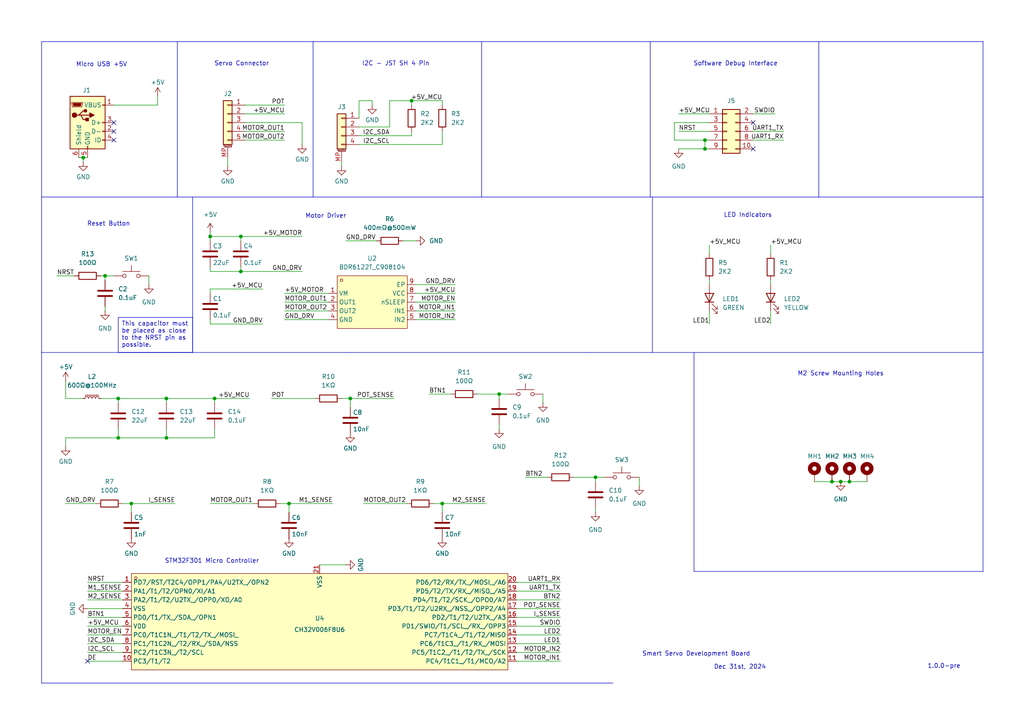
<source format=kicad_sch>
(kicad_sch (version 20250114) (generator "eeschema") (generator_version "9.0")
  (paper "A4")
  (lib_symbols
    (symbol "Connector:USB_B_Micro" (pin_names (offset 1.016))
      (property "Reference" "J" (at -5.08 11.43 0))
      (property "Value" "USB_B_Micro" (at -5.08 8.89 0))
      (symbol "USB_B_Micro_0_1"
        (rectangle (start -5.08 -7.62) (end 5.08 7.62) (stroke (width 0.254)) (fill (type background)))
        (polyline (pts (xy -4.699 5.842) (xy -4.699 5.588) (xy -4.445 4.826) (xy -4.445 4.572) (xy -1.651 4.572) (xy -1.651 4.826) (xy -1.397 5.588) (xy -1.397 5.842) (xy -4.699 5.842)))
        (polyline (pts (xy -4.318 5.588) (xy -1.778 5.588) (xy -2.032 4.826) (xy -4.064 4.826) (xy -4.318 5.588)) (fill (type outline)))
        (circle (center -3.81 2.159) (radius 0.635) (stroke (width 0.254)) (fill (type outline)))
        (polyline (pts (xy -3.175 2.159) (xy -2.54 2.159) (xy -1.27 3.429) (xy -0.635 3.429)) (stroke (width 0.254)))
        (polyline (pts (xy -2.54 2.159) (xy -1.905 2.159) (xy -1.27 0.889) (xy 0 0.889)) (stroke (width 0.254)))
        (polyline (pts (xy -1.905 2.159) (xy 0.635 2.159)) (stroke (width 0.254)))
        (circle (center -0.635 3.429) (radius 0.381) (stroke (width 0.254)) (fill (type outline)))
        (rectangle (start -0.127 -7.62) (end 0.127 -6.858))
        (rectangle (start 0.254 1.27) (end -0.508 0.508) (stroke (width 0.254)) (fill (type outline)))
        (polyline (pts (xy 0.635 2.794) (xy 0.635 1.524) (xy 1.905 2.159) (xy 0.635 2.794)) (stroke (width 0.254)) (fill (type outline)))
        (rectangle (start 5.08 4.953) (end 4.318 5.207))
        (rectangle (start 5.08 -0.127) (end 4.318 0.127))
        (rectangle (start 5.08 -2.667) (end 4.318 -2.413))
        (rectangle (start 5.08 -5.207) (end 4.318 -4.953))
      )
      (symbol "USB_B_Micro_1_1"
        (pin passive line (at -2.54 -10.16 90) (length 2.54) (name "Shield") (number "6"))
        (pin power_out line (at 0 -10.16 90) (length 2.54) (name "GND") (number "5"))
        (pin power_out line (at 7.62 5.08 180) (length 2.54) (name "VBUS") (number "1"))
        (pin bidirectional line (at 7.62 0 180) (length 2.54) (name "D+") (number "3"))
        (pin bidirectional line (at 7.62 -2.54 180) (length 2.54) (name "D-") (number "2"))
        (pin passive line (at 7.62 -5.08 180) (length 2.54) (name "ID") (number "4"))
      )
    )
    (symbol "Connector_Generic:Conn_02x05_Odd_Even" (pin_names (offset 1.016) (hide yes))
      (property "Reference" "J" (at 1.27 7.62 0))
      (property "Value" "Conn_02x05_Odd_Even" (at 1.27 -7.62 0))
      (symbol "Conn_02x05_Odd_Even_1_1"
        (rectangle (start -1.27 6.35) (end 3.81 -6.35) (stroke (width 0.254)) (fill (type background)))
        (rectangle (start -1.27 5.207) (end 0 4.953) (stroke (width 0.1524)))
        (rectangle (start -1.27 2.667) (end 0 2.413) (stroke (width 0.1524)))
        (rectangle (start -1.27 0.127) (end 0 -0.127) (stroke (width 0.1524)))
        (rectangle (start -1.27 -2.413) (end 0 -2.667) (stroke (width 0.1524)))
        (rectangle (start -1.27 -4.953) (end 0 -5.207) (stroke (width 0.1524)))
        (rectangle (start 3.81 5.207) (end 2.54 4.953) (stroke (width 0.1524)))
        (rectangle (start 3.81 2.667) (end 2.54 2.413) (stroke (width 0.1524)))
        (rectangle (start 3.81 0.127) (end 2.54 -0.127) (stroke (width 0.1524)))
        (rectangle (start 3.81 -2.413) (end 2.54 -2.667) (stroke (width 0.1524)))
        (rectangle (start 3.81 -4.953) (end 2.54 -5.207) (stroke (width 0.1524)))
        (pin passive line (at -5.08 5.08 0) (length 3.81) (name "Pin_1") (number "1"))
        (pin passive line (at -5.08 2.54 0) (length 3.81) (name "Pin_3") (number "3"))
        (pin passive line (at -5.08 0 0) (length 3.81) (name "Pin_5") (number "5"))
        (pin passive line (at -5.08 -2.54 0) (length 3.81) (name "Pin_7") (number "7"))
        (pin passive line (at -5.08 -5.08 0) (length 3.81) (name "Pin_9") (number "9"))
        (pin passive line (at 7.62 5.08 180) (length 3.81) (name "Pin_2") (number "2"))
        (pin passive line (at 7.62 2.54 180) (length 3.81) (name "Pin_4") (number "4"))
        (pin passive line (at 7.62 0 180) (length 3.81) (name "Pin_6") (number "6"))
        (pin passive line (at 7.62 -2.54 180) (length 3.81) (name "Pin_8") (number "8"))
        (pin passive line (at 7.62 -5.08 180) (length 3.81) (name "Pin_10") (number "10"))
      )
    )
    (symbol "Connector_Generic_MountingPin:Conn_01x04_MountingPin" (pin_names (offset 1.016) (hide yes))
      (property "Reference" "J" (at 0 5.08 0))
      (property "Value" "Conn_01x04_MountingPin" (at 1.27 -7.62 0))
      (symbol "Conn_01x04_MountingPin_1_1"
        (rectangle (start -1.27 3.81) (end 1.27 -6.35) (stroke (width 0.254)) (fill (type background)))
        (rectangle (start -1.27 2.667) (end 0 2.413) (stroke (width 0.1524)))
        (rectangle (start -1.27 0.127) (end 0 -0.127) (stroke (width 0.1524)))
        (rectangle (start -1.27 -2.413) (end 0 -2.667) (stroke (width 0.1524)))
        (rectangle (start -1.27 -4.953) (end 0 -5.207) (stroke (width 0.1524)))
        (polyline (pts (xy -1.016 -7.112) (xy 1.016 -7.112)) (stroke (width 0.1524)))
        (text "Mounting" (at 0 -6.731 0) (effects (font (size 0.381 0.381))))
        (pin passive line (at -5.08 2.54 0) (length 3.81) (name "Pin_1") (number "1"))
        (pin passive line (at -5.08 0 0) (length 3.81) (name "Pin_2") (number "2"))
        (pin passive line (at -5.08 -2.54 0) (length 3.81) (name "Pin_3") (number "3"))
        (pin passive line (at -5.08 -5.08 0) (length 3.81) (name "Pin_4") (number "4"))
        (pin passive line (at 0 -10.16 90) (length 3.048) (name "MountPin") (number "MP"))
      )
    )
    (symbol "Connector_Generic_MountingPin:Conn_01x05_MountingPin" (pin_names (offset 1.016) (hide yes))
      (property "Reference" "J" (at 0 7.62 0))
      (property "Value" "Conn_01x05_MountingPin" (at 1.27 -7.62 0))
      (symbol "Conn_01x05_MountingPin_1_1"
        (rectangle (start -1.27 6.35) (end 1.27 -6.35) (stroke (width 0.254)) (fill (type background)))
        (rectangle (start -1.27 5.207) (end 0 4.953) (stroke (width 0.1524)))
        (rectangle (start -1.27 2.667) (end 0 2.413) (stroke (width 0.1524)))
        (rectangle (start -1.27 0.127) (end 0 -0.127) (stroke (width 0.1524)))
        (rectangle (start -1.27 -2.413) (end 0 -2.667) (stroke (width 0.1524)))
        (rectangle (start -1.27 -4.953) (end 0 -5.207) (stroke (width 0.1524)))
        (polyline (pts (xy -1.016 -7.112) (xy 1.016 -7.112)) (stroke (width 0.1524)))
        (text "Mounting" (at 0 -6.731 0) (effects (font (size 0.381 0.381))))
        (pin passive line (at -5.08 5.08 0) (length 3.81) (name "Pin_1") (number "1"))
        (pin passive line (at -5.08 2.54 0) (length 3.81) (name "Pin_2") (number "2"))
        (pin passive line (at -5.08 0 0) (length 3.81) (name "Pin_3") (number "3"))
        (pin passive line (at -5.08 -2.54 0) (length 3.81) (name "Pin_4") (number "4"))
        (pin passive line (at -5.08 -5.08 0) (length 3.81) (name "Pin_5") (number "5"))
        (pin passive line (at 0 -10.16 90) (length 3.048) (name "MountPin") (number "MP"))
      )
    )
    (symbol "Device:C" (pin_numbers (hide yes)) (pin_names (offset 0.254))
      (property "Reference" "C" (at 0.635 2.54 0))
      (property "Value" "C" (at 0.635 -2.54 0))
      (symbol "C_0_1"
        (polyline (pts (xy -2.032 0.762) (xy 2.032 0.762)) (stroke (width 0.508)))
        (polyline (pts (xy -2.032 -0.762) (xy 2.032 -0.762)) (stroke (width 0.508)))
      )
      (symbol "C_1_1"
        (pin passive line (at 0 3.81 270) (length 2.794) (name "~") (number "1"))
        (pin passive line (at 0 -3.81 90) (length 2.794) (name "~") (number "2"))
      )
    )
    (symbol "Device:LED" (pin_numbers (hide yes)) (pin_names (offset 1.016) (hide yes))
      (property "Reference" "D" (at 0 2.54 0))
      (property "Value" "LED" (at 0 -2.54 0))
      (symbol "LED_0_1"
        (polyline (pts (xy -3.048 -0.762) (xy -4.572 -2.286) (xy -3.81 -2.286) (xy -4.572 -2.286) (xy -4.572 -1.524)))
        (polyline (pts (xy -1.778 -0.762) (xy -3.302 -2.286) (xy -2.54 -2.286) (xy -3.302 -2.286) (xy -3.302 -1.524)))
        (polyline (pts (xy -1.27 0) (xy 1.27 0)))
        (polyline (pts (xy -1.27 -1.27) (xy -1.27 1.27)) (stroke (width 0.254)))
        (polyline (pts (xy 1.27 -1.27) (xy 1.27 1.27) (xy -1.27 0) (xy 1.27 -1.27)) (stroke (width 0.254)))
      )
      (symbol "LED_1_1"
        (pin passive line (at -3.81 0 0) (length 2.54) (name "K") (number "1"))
        (pin passive line (at 3.81 0 180) (length 2.54) (name "A") (number "2"))
      )
    )
    (symbol "Device:L_Ferrite_Small" (pin_numbers (hide yes)) (pin_names (offset 0.254) (hide yes))
      (property "Reference" "L" (at 1.27 1.016 0))
      (property "Value" "L_Ferrite_Small" (at 1.27 -1.27 0))
      (symbol "L_Ferrite_Small_0_1"
        (arc (start 0 2.032) (mid 0.5058 1.524) (end 0 1.016))
        (arc (start 0 1.016) (mid 0.5058 0.508) (end 0 0))
        (arc (start 0 0) (mid 0.5058 -0.508) (end 0 -1.016))
        (arc (start 0 -1.016) (mid 0.5058 -1.524) (end 0 -2.032))
        (polyline (pts (xy 0.762 1.651) (xy 0.762 1.905)))
        (polyline (pts (xy 0.762 1.143) (xy 0.762 1.397)))
        (polyline (pts (xy 0.762 0.635) (xy 0.762 0.889)))
        (polyline (pts (xy 0.762 0.127) (xy 0.762 0.381)))
        (polyline (pts (xy 0.762 -0.381) (xy 0.762 -0.127)))
        (polyline (pts (xy 0.762 -0.889) (xy 0.762 -0.635)))
        (polyline (pts (xy 0.762 -1.397) (xy 0.762 -1.143)))
        (polyline (pts (xy 0.762 -1.905) (xy 0.762 -1.651)))
        (polyline (pts (xy 1.016 1.905) (xy 1.016 1.651)))
        (polyline (pts (xy 1.016 1.397) (xy 1.016 1.143)))
        (polyline (pts (xy 1.016 0.889) (xy 1.016 0.635)))
        (polyline (pts (xy 1.016 0.381) (xy 1.016 0.127)))
        (polyline (pts (xy 1.016 -0.127) (xy 1.016 -0.381)))
        (polyline (pts (xy 1.016 -0.635) (xy 1.016 -0.889)))
        (polyline (pts (xy 1.016 -1.143) (xy 1.016 -1.397)))
        (polyline (pts (xy 1.016 -1.651) (xy 1.016 -1.905)))
      )
      (symbol "L_Ferrite_Small_1_1"
        (pin passive line (at 0 2.54 270) (length 0.508) (name "~") (number "1"))
        (pin passive line (at 0 -2.54 90) (length 0.508) (name "~") (number "2"))
      )
    )
    (symbol "Device:R" (pin_numbers (hide yes)) (pin_names (offset 0))
      (property "Reference" "R" (at 2.032 0 90))
      (property "Value" "R" (at 0 0 90))
      (symbol "R_0_1"
        (rectangle (start -1.016 -2.54) (end 1.016 2.54) (stroke (width 0.254)))
      )
      (symbol "R_1_1"
        (pin passive line (at 0 3.81 270) (length 1.27) (name "~") (number "1"))
        (pin passive line (at 0 -3.81 90) (length 1.27) (name "~") (number "2"))
      )
    )
    (symbol "Mechanical:MountingHole_Pad_MP" (pin_numbers (hide yes)) (pin_names (offset 1.016) (hide yes)) (in_bom no)
      (property "Reference" "H" (at 0 6.35 0))
      (property "Value" "MountingHole_Pad_MP" (at 0 4.445 0))
      (symbol "MountingHole_Pad_MP_0_1"
        (circle (center 0 1.27) (radius 1.27) (stroke (width 1.27)))
      )
      (symbol "MountingHole_Pad_MP_1_1"
        (pin input line (at 0 -2.54 90) (length 2.54) (name "MP") (number "MP"))
      )
    )
    (symbol "Switch:SW_Push" (pin_numbers (hide yes)) (pin_names (offset 1.016) (hide yes))
      (property "Reference" "SW" (at 1.27 2.54 0))
      (property "Value" "SW_Push" (at 0 -1.524 0))
      (symbol "SW_Push_0_1"
        (circle (center -2.032 0) (radius 0.508))
        (polyline (pts (xy 0 1.27) (xy 0 3.048)))
        (circle (center 2.032 0) (radius 0.508))
        (polyline (pts (xy 2.54 1.27) (xy -2.54 1.27)))
        (pin passive line (at -5.08 0 0) (length 2.54) (name "1") (number "1"))
        (pin passive line (at 5.08 0 180) (length 2.54) (name "2") (number "2"))
      )
    )
    (symbol "lib:BDR6122T_C908104"
      (property "Reference" "U" (at 0 10.16 0))
      (property "Value" "BDR6122T_C908104" (at 0 -10.16 0))
      (symbol "BDR6122T_C908104_0_1"
        (rectangle (start -10.16 7.62) (end 10.16 -7.62) (fill (type background)))
        (circle (center -8.89 6.35) (radius 0.38))
        (pin unspecified line (at -12.7 2.54 0) (length 2.54) (name "VM") (number "1"))
        (pin unspecified line (at -12.7 0 0) (length 2.54) (name "OUT1") (number "2"))
        (pin unspecified line (at -12.7 -2.54 0) (length 2.54) (name "OUT2") (number "3"))
        (pin unspecified line (at -12.7 -5.08 0) (length 2.54) (name "GND") (number "4"))
        (pin unspecified line (at 12.7 5.08 180) (length 2.54) (name "EP") (number "9"))
        (pin unspecified line (at 12.7 2.54 180) (length 2.54) (name "VCC") (number "8"))
        (pin unspecified line (at 12.7 0 180) (length 2.54) (name "nSLEEP") (number "7"))
        (pin unspecified line (at 12.7 -2.54 180) (length 2.54) (name "IN1") (number "6"))
        (pin unspecified line (at 12.7 -5.08 180) (length 2.54) (name "IN2") (number "5"))
      )
    )
    (symbol "lib:CH32V006F8U6"
      (property "Reference" "U" (at 0 21.59 0))
      (property "Value" "CH32V006F8U6" (at 0 -16.51 0))
      (symbol "CH32V006F8U6_0_1"
        (rectangle (start -54.61 13.97) (end 54.61 -13.97) (fill (type background)))
        (circle (center -53.34 12.7) (radius 0.38))
        (pin unspecified line (at -57.15 11.43 0) (length 2.54) (name "PD7/RST/T2C4/OPP1/PA4/U2TX_/OPN2") (number "1"))
        (pin unspecified line (at -57.15 8.89 0) (length 2.54) (name "PA1/T1/T2/OPN0/XI/A1") (number "2"))
        (pin unspecified line (at -57.15 6.35 0) (length 2.54) (name "PA2/T1/T2/U2TX_/OPP0/XO/A0") (number "3"))
        (pin unspecified line (at -57.15 3.81 0) (length 2.54) (name "VSS") (number "4"))
        (pin unspecified line (at -57.15 1.27 0) (length 2.54) (name "PD0/T1/TX_/SDA_/OPN1") (number "5"))
        (pin unspecified line (at -57.15 -1.27 0) (length 2.54) (name "VDD") (number "6"))
        (pin unspecified line (at -57.15 -3.81 0) (length 2.54) (name "PC0/T1C1N_/T1/T2/TX_/MOSI_") (number "7"))
        (pin unspecified line (at -57.15 -6.35 0) (length 2.54) (name "PC1/T1C2N_/T2/RX_/SDA/NSS") (number "8"))
        (pin unspecified line (at -57.15 -8.89 0) (length 2.54) (name "PC2/T1C3N_/T2/SCL") (number "9"))
        (pin unspecified line (at -57.15 -11.43 0) (length 2.54) (name "PC3/T1/T2") (number "10"))
        (pin unspecified line (at 0 16.51 270) (length 2.54) (name "VSS") (number "21"))
        (pin unspecified line (at 57.15 11.43 180) (length 2.54) (name "PD6/T2/RX/TX_/MOSI_/A6") (number "20"))
        (pin unspecified line (at 57.15 8.89 180) (length 2.54) (name "PD5/T2/TX/RX_/MISO_/A5") (number "19"))
        (pin unspecified line (at 57.15 6.35 180) (length 2.54) (name "PD4/T1/T2/SCK_/OPO0/A7") (number "18"))
        (pin unspecified line (at 57.15 3.81 180) (length 2.54) (name "PD3/T1/T2/U2RX_/NSS_/OPP2/A4") (number "17"))
        (pin unspecified line (at 57.15 1.27 180) (length 2.54) (name "PD2/T1/T2/U2TX_/A3") (number "16"))
        (pin unspecified line (at 57.15 -1.27 180) (length 2.54) (name "PD1/SWIO/T1/SCL_/RX_/OPP3") (number "15"))
        (pin unspecified line (at 57.15 -3.81 180) (length 2.54) (name "PC7/T1C4_/T1/T2/MISO") (number "14"))
        (pin unspecified line (at 57.15 -6.35 180) (length 2.54) (name "PC6/T1C3_/T1/RX_/MOSI") (number "13"))
        (pin unspecified line (at 57.15 -8.89 180) (length 2.54) (name "PC5/T1C2_/T1/T2/TX_/SCK") (number "12"))
        (pin unspecified line (at 57.15 -11.43 180) (length 2.54) (name "PC4/T1C1_/T1/MCO/A2") (number "11"))
      )
    )
    (symbol "power:+5V" (power) (pin_numbers (hide yes)) (pin_names (offset 0) (hide yes))
      (property "Value" "+5V" (at 0 3.556 0))
      (symbol "+5V_0_1"
        (polyline (pts (xy -0.762 1.27) (xy 0 2.54)))
        (polyline (pts (xy 0 2.54) (xy 0.762 1.27)))
        (polyline (pts (xy 0 0) (xy 0 2.54)))
      )
      (symbol "+5V_1_1"
        (pin power_in line (at 0 0 90) (length 0) (name "~") (number "1"))
      )
    )
    (symbol "power:GND" (power) (pin_numbers (hide yes)) (pin_names (offset 0) (hide yes))
      (property "Value" "GND" (at 0 -3.81 0))
      (symbol "GND_0_1"
        (polyline (pts (xy 0 0) (xy 0 -1.27) (xy 1.27 -1.27) (xy 0 -2.54) (xy -1.27 -1.27) (xy 0 -1.27)))
      )
      (symbol "GND_1_1"
        (pin power_in line (at 0 0 270) (length 0) (name "~") (number "1"))
      )
    )
  )
  (text "Software Debug Interface" (at 213.36 18.542 0) (effects (font (size 1.27 1.27))))
  (text "Dec 31st, 2024" (at 214.63 193.548 0) (effects (font (size 1.27 1.27))))
  (text "Reset Button" (at 31.496 65.024 0) (effects (font (size 1.27 1.27))))
  (text "Smart Servo Development Board" (at 201.93 189.738 0) (effects (font (size 1.27 1.27))))
  (text "STM32F301 Micro Controller" (at 61.468 162.814 0) (effects (font (size 1.27 1.27))))
  (text "Servo Connector" (at 70.104 18.542 0) (effects (font (size 1.27 1.27))))
  (text "1.0.0-pre" (at 273.812 193.294 0) (effects (font (size 1.27 1.27))))
  (text "LED Indicators" (at 216.916 62.484 0) (effects (font (size 1.27 1.27))))
  (text "Micro USB +5V" (at 29.464 18.796 0) (effects (font (size 1.27 1.27))))
  (text "M2 Screw Mounting Holes" (at 243.84 108.458 0) (effects (font (size 1.27 1.27))))
  (text "I2C - JST SH 4 Pin" (at 114.808 18.542 0) (effects (font (size 1.27 1.27))))
  (text "Motor Driver" (at 94.488 62.738 0) (effects (font (size 1.27 1.27))))
  (text_box "This capacitor must be placed as close to the NRST pin as possible." (at 34.29 92.075 0) (size 21.59 10.16) (margins 0.9525 0.9525 0.9525 0.9525) (effects (font (size 1.27 1.27)) (justify left top)))
  (junction (at 62.23 115.57))
  (junction (at 241.3 139.7))
  (junction (at 172.72 138.43))
  (junction (at 48.26 127))
  (junction (at 204.47 40.64))
  (junction (at 69.85 68.58))
  (junction (at 48.26 115.57))
  (junction (at 60.96 68.58))
  (junction (at 119.38 29.21))
  (junction (at 144.78 114.3))
  (junction (at 38.1 146.05))
  (junction (at 34.29 115.57))
  (junction (at 128.27 146.05))
  (junction (at 243.84 139.7))
  (junction (at 34.29 127))
  (junction (at 30.48 80.01))
  (junction (at 24.13 45.72))
  (junction (at 246.38 139.7))
  (junction (at 69.85 78.74))
  (junction (at 83.82 146.05))
  (junction (at 204.47 43.18))
  (junction (at 101.6 115.57))
  (no_connect (at 33.02 40.64))
  (no_connect (at 218.44 43.18))
  (no_connect (at 218.44 35.56))
  (no_connect (at 25.4 191.77))
  (no_connect (at 33.02 35.56))
  (no_connect (at 33.02 38.1))
  (polyline (pts (xy 285.115 57.15) (xy 237.49 57.15)))
  (wire (pts (xy 104.14 39.37) (xy 119.38 39.37)))
  (wire (pts (xy 29.21 80.01) (xy 30.48 80.01)))
  (wire (pts (xy 195.58 35.56) (xy 205.74 35.56)))
  (wire (pts (xy 120.65 87.63) (xy 132.08 87.63)))
  (polyline (pts (xy 101.6 102.235) (xy 51.435 102.235)))
  (wire (pts (xy 83.82 148.59) (xy 83.82 146.05)))
  (polyline (pts (xy 285.115 12.065) (xy 237.49 12.065)))
  (wire (pts (xy 24.13 46.99) (xy 24.13 45.72)))
  (wire (pts (xy 71.12 33.02) (xy 82.55 33.02)))
  (wire (pts (xy 62.23 124.46) (xy 62.23 127)))
  (wire (pts (xy 66.04 45.72) (xy 66.04 48.26)))
  (wire (pts (xy 149.86 168.91) (xy 162.56 168.91)))
  (wire (pts (xy 60.96 146.05) (xy 73.66 146.05)))
  (wire (pts (xy 24.13 45.72) (xy 25.4 45.72)))
  (wire (pts (xy 82.55 92.71) (xy 95.25 92.71)))
  (polyline (pts (xy 51.435 102.235) (xy 12.065 102.235)))
  (wire (pts (xy 172.72 138.43) (xy 175.26 138.43)))
  (polyline (pts (xy 12.065 102.235) (xy 12.065 57.15)))
  (wire (pts (xy 34.29 115.57) (xy 48.26 115.57)))
  (wire (pts (xy 205.74 93.98) (xy 205.74 90.17)))
  (wire (pts (xy 78.74 115.57) (xy 91.44 115.57)))
  (wire (pts (xy 48.26 124.46) (xy 48.26 127)))
  (polyline (pts (xy 90.805 12.065) (xy 139.7 12.065)))
  (wire (pts (xy 128.27 30.48) (xy 128.27 29.21)))
  (wire (pts (xy 218.44 33.02) (xy 224.79 33.02)))
  (wire (pts (xy 25.4 186.69) (xy 35.56 186.69)))
  (polyline (pts (xy 139.7 12.065) (xy 139.7 57.15)))
  (wire (pts (xy 19.05 115.57) (xy 24.13 115.57)))
  (wire (pts (xy 16.51 80.01) (xy 21.59 80.01)))
  (wire (pts (xy 236.22 139.7) (xy 241.3 139.7)))
  (wire (pts (xy 120.65 69.85) (xy 116.84 69.85)))
  (wire (pts (xy 60.96 67.31) (xy 60.96 68.58)))
  (wire (pts (xy 205.74 82.55) (xy 205.74 81.28)))
  (polyline (pts (xy 12.065 12.065) (xy 51.435 12.065)))
  (wire (pts (xy 60.96 83.82) (xy 60.96 85.09)))
  (wire (pts (xy 60.96 68.58) (xy 60.96 69.85)))
  (wire (pts (xy 62.23 115.57) (xy 72.39 115.57)))
  (wire (pts (xy 119.38 29.21) (xy 128.27 29.21)))
  (wire (pts (xy 22.86 45.72) (xy 24.13 45.72)))
  (wire (pts (xy 69.85 69.85) (xy 69.85 68.58)))
  (wire (pts (xy 82.55 87.63) (xy 95.25 87.63)))
  (wire (pts (xy 205.74 71.12) (xy 205.74 73.66)))
  (wire (pts (xy 149.86 186.69) (xy 162.56 186.69)))
  (wire (pts (xy 223.52 82.55) (xy 223.52 81.28)))
  (wire (pts (xy 120.65 92.71) (xy 132.08 92.71)))
  (wire (pts (xy 48.26 127) (xy 34.29 127)))
  (wire (pts (xy 82.55 85.09) (xy 95.25 85.09)))
  (polyline (pts (xy 170.815 102.235) (xy 101.6 102.235)))
  (wire (pts (xy 241.3 139.7) (xy 243.84 139.7)))
  (polyline (pts (xy 189.23 102.235) (xy 170.815 102.235)))
  (wire (pts (xy 60.96 78.74) (xy 69.85 78.74)))
  (wire (pts (xy 107.95 29.21) (xy 104.14 29.21)))
  (wire (pts (xy 25.4 168.91) (xy 35.56 168.91)))
  (wire (pts (xy 33.02 30.48) (xy 45.72 30.48)))
  (wire (pts (xy 25.4 179.07) (xy 35.56 179.07)))
  (wire (pts (xy 140.97 146.05) (xy 128.27 146.05)))
  (wire (pts (xy 82.55 90.17) (xy 95.25 90.17)))
  (wire (pts (xy 196.85 33.02) (xy 205.74 33.02)))
  (wire (pts (xy 104.14 34.29) (xy 104.14 29.21)))
  (polyline (pts (xy 12.065 102.235) (xy 12.065 198.12)))
  (wire (pts (xy 76.2 93.98) (xy 60.96 93.98)))
  (wire (pts (xy 100.33 69.85) (xy 109.22 69.85)))
  (wire (pts (xy 43.18 80.01) (xy 43.18 82.55)))
  (wire (pts (xy 149.86 179.07) (xy 162.56 179.07)))
  (wire (pts (xy 144.78 115.57) (xy 144.78 114.3)))
  (polyline (pts (xy 285.115 102.235) (xy 285.115 165.735)))
  (polyline (pts (xy 188.595 12.065) (xy 188.595 57.15)))
  (polyline (pts (xy 51.435 12.065) (xy 51.435 57.15)))
  (wire (pts (xy 113.03 36.83) (xy 104.14 36.83)))
  (wire (pts (xy 96.52 146.05) (xy 83.82 146.05)))
  (wire (pts (xy 29.21 115.57) (xy 34.29 115.57)))
  (wire (pts (xy 30.48 80.01) (xy 33.02 80.01)))
  (wire (pts (xy 246.38 139.7) (xy 251.46 139.7)))
  (wire (pts (xy 119.38 29.21) (xy 119.38 30.48)))
  (polyline (pts (xy 237.49 12.065) (xy 237.49 57.15)))
  (polyline (pts (xy 12.065 57.15) (xy 12.065 12.065)))
  (wire (pts (xy 113.03 36.83) (xy 113.03 29.21)))
  (wire (pts (xy 87.63 35.56) (xy 87.63 41.91)))
  (wire (pts (xy 185.42 138.43) (xy 185.42 140.97)))
  (wire (pts (xy 157.48 114.3) (xy 157.48 116.84)))
  (wire (pts (xy 25.4 171.45) (xy 35.56 171.45)))
  (wire (pts (xy 120.65 82.55) (xy 132.08 82.55)))
  (wire (pts (xy 149.86 189.23) (xy 162.56 189.23)))
  (wire (pts (xy 120.65 85.09) (xy 132.08 85.09)))
  (polyline (pts (xy 188.595 57.15) (xy 139.7 57.15)))
  (wire (pts (xy 83.82 146.05) (xy 81.28 146.05)))
  (wire (pts (xy 38.1 148.59) (xy 38.1 146.05)))
  (polyline (pts (xy 90.805 12.065) (xy 90.805 57.15)))
  (wire (pts (xy 120.65 90.17) (xy 132.08 90.17)))
  (wire (pts (xy 128.27 38.1) (xy 128.27 41.91)))
  (wire (pts (xy 149.86 176.53) (xy 162.56 176.53)))
  (wire (pts (xy 25.4 176.53) (xy 35.56 176.53)))
  (wire (pts (xy 25.4 181.61) (xy 35.56 181.61)))
  (wire (pts (xy 196.85 43.18) (xy 204.47 43.18)))
  (wire (pts (xy 19.05 146.05) (xy 27.94 146.05)))
  (wire (pts (xy 138.43 114.3) (xy 144.78 114.3)))
  (wire (pts (xy 60.96 68.58) (xy 69.85 68.58)))
  (wire (pts (xy 30.48 81.28) (xy 30.48 80.01)))
  (polyline (pts (xy 285.115 12.065) (xy 285.115 57.15)))
  (wire (pts (xy 25.4 191.77) (xy 35.56 191.77)))
  (wire (pts (xy 218.44 38.1) (xy 227.33 38.1)))
  (wire (pts (xy 60.96 93.98) (xy 60.96 92.71)))
  (wire (pts (xy 34.29 127) (xy 34.29 124.46)))
  (wire (pts (xy 144.78 114.3) (xy 147.32 114.3)))
  (wire (pts (xy 19.05 110.49) (xy 19.05 115.57)))
  (wire (pts (xy 113.03 29.21) (xy 119.38 29.21)))
  (wire (pts (xy 71.12 35.56) (xy 87.63 35.56)))
  (wire (pts (xy 69.85 68.58) (xy 87.63 68.58)))
  (wire (pts (xy 60.96 78.74) (xy 60.96 77.47)))
  (wire (pts (xy 71.12 30.48) (xy 82.55 30.48)))
  (polyline (pts (xy 237.49 57.15) (xy 188.595 57.15)))
  (wire (pts (xy 45.72 27.94) (xy 45.72 30.48)))
  (wire (pts (xy 105.41 146.05) (xy 118.11 146.05)))
  (wire (pts (xy 196.85 38.1) (xy 205.74 38.1)))
  (wire (pts (xy 204.47 43.18) (xy 204.47 40.64)))
  (wire (pts (xy 172.72 139.7) (xy 172.72 138.43)))
  (wire (pts (xy 149.86 181.61) (xy 162.56 181.61)))
  (wire (pts (xy 82.55 40.64) (xy 71.12 40.64)))
  (polyline (pts (xy 139.7 57.15) (xy 90.805 57.15)))
  (wire (pts (xy 119.38 38.1) (xy 119.38 39.37)))
  (wire (pts (xy 92.71 163.83) (xy 100.33 163.83)))
  (wire (pts (xy 62.23 115.57) (xy 62.23 116.84)))
  (wire (pts (xy 48.26 115.57) (xy 48.26 116.84)))
  (wire (pts (xy 104.14 41.91) (xy 128.27 41.91)))
  (polyline (pts (xy 139.7 12.065) (xy 188.595 12.065)))
  (wire (pts (xy 144.78 124.46) (xy 144.78 123.19)))
  (polyline (pts (xy 51.435 57.15) (xy 12.065 57.15)))
  (polyline (pts (xy 55.88 57.15) (xy 55.88 102.235)))
  (wire (pts (xy 76.2 83.82) (xy 60.96 83.82)))
  (wire (pts (xy 62.23 127) (xy 48.26 127)))
  (polyline (pts (xy 177.8 198.12) (xy 12.065 198.12)))
  (wire (pts (xy 101.6 118.11) (xy 101.6 115.57)))
  (wire (pts (xy 48.26 115.57) (xy 62.23 115.57)))
  (wire (pts (xy 195.58 40.64) (xy 195.58 35.56)))
  (wire (pts (xy 25.4 173.99) (xy 35.56 173.99)))
  (polyline (pts (xy 201.295 102.235) (xy 201.295 165.735)))
  (wire (pts (xy 243.84 139.7) (xy 246.38 139.7)))
  (wire (pts (xy 101.6 115.57) (xy 99.06 115.57)))
  (wire (pts (xy 204.47 43.18) (xy 205.74 43.18)))
  (wire (pts (xy 25.4 184.15) (xy 35.56 184.15)))
  (wire (pts (xy 149.86 171.45) (xy 162.56 171.45)))
  (wire (pts (xy 69.85 78.74) (xy 87.63 78.74)))
  (wire (pts (xy 149.86 173.99) (xy 162.56 173.99)))
  (wire (pts (xy 218.44 40.64) (xy 227.33 40.64)))
  (wire (pts (xy 19.05 127) (xy 34.29 127)))
  (wire (pts (xy 38.1 146.05) (xy 35.56 146.05)))
  (wire (pts (xy 124.46 114.3) (xy 130.81 114.3)))
  (polyline (pts (xy 285.115 57.15) (xy 285.115 102.235)))
  (polyline (pts (xy 90.805 57.15) (xy 51.435 57.15)))
  (wire (pts (xy 166.37 138.43) (xy 172.72 138.43)))
  (wire (pts (xy 205.74 40.64) (xy 204.47 40.64)))
  (wire (pts (xy 223.52 73.66) (xy 223.52 71.12)))
  (polyline (pts (xy 51.435 12.065) (xy 90.805 12.065)))
  (wire (pts (xy 114.3 115.57) (xy 101.6 115.57)))
  (polyline (pts (xy 188.595 12.065) (xy 237.49 12.065)))
  (wire (pts (xy 25.4 189.23) (xy 35.56 189.23)))
  (wire (pts (xy 128.27 146.05) (xy 125.73 146.05)))
  (wire (pts (xy 172.72 148.59) (xy 172.72 147.32)))
  (wire (pts (xy 152.4 138.43) (xy 158.75 138.43)))
  (wire (pts (xy 149.86 184.15) (xy 162.56 184.15)))
  (polyline (pts (xy 189.23 102.235) (xy 285.115 102.235)))
  (wire (pts (xy 19.05 129.54) (xy 19.05 127)))
  (wire (pts (xy 128.27 148.59) (xy 128.27 146.05)))
  (wire (pts (xy 107.95 29.21) (xy 107.95 30.48)))
  (wire (pts (xy 195.58 40.64) (xy 204.47 40.64)))
  (wire (pts (xy 50.8 146.05) (xy 38.1 146.05)))
  (wire (pts (xy 149.86 191.77) (xy 162.56 191.77)))
  (wire (pts (xy 223.52 93.98) (xy 223.52 90.17)))
  (wire (pts (xy 30.48 90.17) (xy 30.48 88.9)))
  (wire (pts (xy 71.12 38.1) (xy 82.55 38.1)))
  (wire (pts (xy 69.85 77.47) (xy 69.85 78.74)))
  (wire (pts (xy 34.29 115.57) (xy 34.29 116.84)))
  (polyline (pts (xy 189.23 57.15) (xy 189.23 102.235)))
  (wire (pts (xy 99.06 48.26) (xy 99.06 46.99)))
  (polyline (pts (xy 201.295 165.735) (xy 285.115 165.735)))
  (label "+5V_MOTOR" (at 87.63 68.58 180))
  (label "MOTOR_IN2" (at 132.08 92.71 180))
  (label "LED2" (at 223.52 93.98 180))
  (label "+5V_MCU" (at 196.85 33.02 0))
  (label "MOTOR_OUT2" (at 82.55 40.64 180))
  (label "M1_SENSE" (at 25.4 171.45 0))
  (label "LED1" (at 162.56 186.69 180))
  (label "MOTOR_OUT2" (at 82.55 90.17 0))
  (label "DE" (at 25.4 191.77 0))
  (label "LED2" (at 162.56 184.15 180))
  (label "UART1_TX" (at 162.56 171.45 180))
  (label "GND_DRV" (at 100.33 69.85 0))
  (label "I2C_SDA" (at 113.03 39.37 180))
  (label "MOTOR_IN1" (at 162.56 191.77 180))
  (label "+5V_MCU" (at 25.4 181.61 0))
  (label "NRST" (at 196.85 38.1 0))
  (label "+5V_MCU" (at 132.08 85.09 180))
  (label "M1_SENSE" (at 96.52 146.05 180))
  (label "UART1_RX" (at 227.33 40.64 180))
  (label "MOTOR_EN" (at 132.08 87.63 180))
  (label "GND_DRV" (at 82.55 92.71 0))
  (label "GND_DRV" (at 19.05 146.05 0))
  (label "NRST" (at 16.51 80.01 0))
  (label "+5V_MCU" (at 72.39 115.57 180))
  (label "POT" (at 82.55 30.48 180))
  (label "UART1_TX" (at 227.33 38.1 180))
  (label "SWDIO" (at 224.79 33.02 180))
  (label "POT_SENSE" (at 162.56 176.53 180))
  (label "I2C_SCL" (at 25.4 189.23 0))
  (label "POT_SENSE" (at 114.3 115.57 180))
  (label "MOTOR_IN2" (at 162.56 189.23 180))
  (label "I2C_SCL" (at 113.03 41.91 180))
  (label "MOTOR_OUT1" (at 82.55 87.63 0))
  (label "GND_DRV" (at 132.08 82.55 180))
  (label "M2_SENSE" (at 140.97 146.05 180))
  (label "BTN2" (at 152.4 138.43 0))
  (label "UART1_RX" (at 162.56 168.91 180))
  (label "+5V_MCU" (at 128.27 29.21 180))
  (label "GND_DRV" (at 76.2 93.98 180))
  (label "MOTOR_IN1" (at 132.08 90.17 180))
  (label "MOTOR_OUT2" (at 105.41 146.05 0))
  (label "+5V_MCU" (at 76.2 83.82 180))
  (label "+5V_MOTOR" (at 82.55 85.09 0))
  (label "MOTOR_OUT1" (at 82.55 38.1 180))
  (label "GND_DRV" (at 87.63 78.74 180))
  (label "LED1" (at 205.74 93.98 180))
  (label "I2C_SDA" (at 25.4 186.69 0))
  (label "I_SENSE" (at 162.56 179.07 180))
  (label "SWDIO" (at 162.56 181.61 180))
  (label "+5V_MCU" (at 82.55 33.02 180))
  (label "M2_SENSE" (at 25.4 173.99 0))
  (label "BTN1" (at 25.4 179.07 0))
  (label "+5V_MCU" (at 223.52 71.12 0))
  (label "MOTOR_EN" (at 25.4 184.15 0))
  (label "+5V_MCU" (at 205.74 71.12 0))
  (label "BTN1" (at 124.46 114.3 0))
  (label "MOTOR_OUT1" (at 60.96 146.05 0))
  (label "I_SENSE" (at 50.8 146.05 180))
  (label "NRST" (at 25.4 168.91 0))
  (label "POT" (at 78.74 115.57 0))
  (label "BTN2" (at 162.56 173.99 180))
  (symbol (lib_id "power:GND") (at 172.72 148.59 0) (unit 1)
    (property "Reference" "#PWR020" (effects (hide yes)))
    (property "Value" "GND" (at 172.72 153.67 0))
    (property "Description" "Power symbol creates a global label with name \"GND\" , ground" (effects (hide yes)))
  )
  (symbol (lib_id "Device:R") (at 119.38 34.29 0) (unit 1)
    (property "Reference" "R2" (at 121.92 33.0199 0) (effects (justify left)))
    (property "Value" "2K2" (at 121.92 35.5599 0) (effects (justify left)))
    (property "Footprint" "Resistor_SMD:R_0402_1005Metric" (effects (hide yes)))
    (property "Description" "Resistor" (effects (hide yes)))
    (property "LCSC" "C25879" (effects (hide yes)))
  )
  (symbol (lib_id "Device:LED") (at 205.74 86.36 90) (unit 1)
    (property "Reference" "LED1" (at 209.55 86.6774 90) (effects (justify right)))
    (property "Value" "GREEN" (at 209.55 89.2174 90) (effects (justify right)))
    (property "Footprint" "LED_SMD:LED_0805_2012Metric" (effects (hide yes)))
    (property "Description" "Light emitting diode" (effects (hide yes)))
    (property "LCSC" "C2286" (effects (hide yes)))
  )
  (symbol (lib_id "Device:R") (at 134.62 114.3 90) (unit 1)
    (property "Reference" "R11" (at 134.62 107.95 90))
    (property "Value" "100Ω" (at 134.62 110.49 90))
    (property "Description" "Resistor" (effects (hide yes)))
    (property "LCSC" "C25076" (effects (hide yes)))
  )
  (symbol (lib_id "power:GND") (at 38.1 156.21 0) (mirror y) (unit 1)
    (property "Reference" "#PWR06" (effects (hide yes)))
    (property "Value" "GND" (at 36.068 160.528 0) (effects (justify right)))
    (property "Description" "Power symbol creates a global label with name \"GND\" , ground" (effects (hide yes)))
  )
  (symbol (lib_id "power:GND") (at 43.18 82.55 0) (unit 1)
    (property "Reference" "#PWR019" (effects (hide yes)))
    (property "Value" "GND" (at 43.18 87.63 0))
    (property "Description" "Power symbol creates a global label with name \"GND\" , ground" (effects (hide yes)))
  )
  (symbol (lib_id "Mechanical:MountingHole_Pad_MP") (at 251.46 137.16 0) (unit 1) (exclude_from_sim yes) (in_bom no)
    (property "Reference" "MH4" (at 249.428 132.334 0) (effects (justify left)))
    (property "Value" "MountingHole_Pad_MP" (effects (hide yes)))
    (property "Footprint" "MountingHole:MountingHole_2.2mm_M2_Pad_Via" (effects (hide yes)))
    (property "Description" "Mounting Hole with connection as pad named MP" (effects (hide yes)))
  )
  (symbol (lib_id "Switch:SW_Push") (at 180.34 138.43 0) (unit 1)
    (property "Reference" "SW3" (at 180.34 133.35 0))
    (property "Value" "SW_Push" (effects (hide yes)))
    (property "Footprint" "lib:SW-SMD_L3.9-W3.0-P4.45" (effects (hide yes)))
    (property "Description" "Push button switch, generic, two pins" (effects (hide yes)))
    (property "LCSC" "C720477" (effects (hide yes)))
  )
  (symbol (lib_id "Device:C") (at 38.1 152.4 180) (unit 1)
    (property "Reference" "C5" (at 38.862 150.114 0) (effects (justify right)))
    (property "Value" "1nF" (at 38.862 154.94 0) (effects (justify right)))
    (property "Footprint" "Capacitor_SMD:C_0402_1005Metric" (effects (hide yes)))
    (property "Description" "Unpolarized capacitor" (effects (hide yes)))
    (property "LCSC" "C1523" (effects (hide yes)))
  )
  (symbol (lib_id "Device:C") (at 101.6 121.92 180) (unit 1)
    (property "Reference" "C8" (at 102.362 119.634 0) (effects (justify right)))
    (property "Value" "10nF" (at 102.362 124.46 0) (effects (justify right)))
    (property "Footprint" "Capacitor_SMD:C_0402_1005Metric" (effects (hide yes)))
    (property "Description" "Unpolarized capacitor" (effects (hide yes)))
    (property "LCSC" "C15195" (effects (hide yes)))
  )
  (symbol (lib_id "lib:CH32V006F8U6") (at 92.71 180.34 0) (unit 1)
    (property "Reference" "U4" (at 92.71 179.324 0))
    (property "Value" "CH32V006F8U6" (at 92.71 182.626 0))
    (property "Footprint" "Package_DFN_QFN:UQFN-20-1EP_3x3mm_P0.4mm_EP1.7x1.7mm" (effects (hide yes)))
    (property "LCSC Part" "C42431288" (effects (hide yes)))
  )
  (symbol (lib_id "Device:R") (at 25.4 80.01 90) (unit 1)
    (property "Reference" "R13" (at 25.4 73.66 90))
    (property "Value" "100Ω" (at 25.4 76.2 90))
    (property "Footprint" "Resistor_SMD:R_0402_1005Metric" (effects (hide yes)))
    (property "Description" "Resistor" (effects (hide yes)))
    (property "LCSC" "C25076" (effects (hide yes)))
  )
  (symbol (lib_id "power:GND") (at 19.05 129.54 0) (mirror y) (unit 1)
    (property "Reference" "#PWR043" (effects (hide yes)))
    (property "Value" "GND" (at 17.018 133.858 0) (effects (justify right)))
    (property "Description" "Power symbol creates a global label with name \"GND\" , ground" (effects (hide yes)))
  )
  (symbol (lib_id "power:GND") (at 24.13 46.99 0) (mirror y) (unit 1)
    (property "Reference" "#PWR011" (effects (hide yes)))
    (property "Value" "GND" (at 22.098 51.308 0) (effects (justify right)))
    (property "Description" "Power symbol creates a global label with name \"GND\" , ground" (effects (hide yes)))
  )
  (symbol (lib_id "power:GND") (at 128.27 156.21 0) (mirror y) (unit 1)
    (property "Reference" "#PWR015" (effects (hide yes)))
    (property "Value" "GND" (at 126.238 160.528 0) (effects (justify right)))
    (property "Description" "Power symbol creates a global label with name \"GND\" , ground" (effects (hide yes)))
  )
  (symbol (lib_id "Device:C") (at 30.48 85.09 180) (unit 1)
    (property "Reference" "C2" (at 34.29 83.8199 0) (effects (justify right)))
    (property "Value" "0.1uF" (at 34.29 86.3599 0) (effects (justify right)))
    (property "Footprint" "Capacitor_SMD:C_0402_1005Metric" (effects (hide yes)))
    (property "Description" "Unpolarized capacitor" (effects (hide yes)))
    (property "LCSC" "C1525" (effects (hide yes)))
  )
  (symbol (lib_id "Connector_Generic:Conn_02x05_Odd_Even") (at 210.82 38.1 0) (unit 1)
    (property "Reference" "J5" (at 212.09 29.21 0))
    (property "Value" "Conn_02x05_Odd_Even" (effects (hide yes)))
    (property "Footprint" "lib:IDC-TH_10P-P1.27-X1270WV-2X05A-6TV01" (effects (hide yes)))
    (property "Description" "Generic connector, double row, 02x05, odd/even pin numbering scheme (row 1 odd numbers, row 2 even numbers), script generated (kicad-library-utils/schlib/autogen/connector/)" (effects (hide yes)))
    (property "LCSC" "C2962225" (effects (hide yes)))
  )
  (symbol (lib_id "power:GND") (at 243.84 139.7 0) (unit 1)
    (property "Reference" "#PWR035" (effects (hide yes)))
    (property "Value" "GND" (at 243.84 144.78 0))
    (property "Description" "Power symbol creates a global label with name \"GND\" , ground" (effects (hide yes)))
  )
  (symbol (lib_id "power:GND") (at 87.63 41.91 0) (mirror y) (unit 1)
    (property "Reference" "#PWR039" (effects (hide yes)))
    (property "Value" "GND" (at 85.598 46.228 0) (effects (justify right)))
    (property "Description" "Power symbol creates a global label with name \"GND\" , ground" (effects (hide yes)))
  )
  (symbol (lib_id "Switch:SW_Push") (at 38.1 80.01 0) (unit 1)
    (property "Reference" "SW1" (at 38.1 74.93 0))
    (property "Value" "SW_Push" (effects (hide yes)))
    (property "Footprint" "lib:SW-SMD_L3.9-W3.0-P4.45" (effects (hide yes)))
    (property "Description" "Push button switch, generic, two pins" (effects (hide yes)))
    (property "LCSC" "C720477" (effects (hide yes)))
  )
  (symbol (lib_id "Device:R") (at 205.74 77.47 0) (unit 1)
    (property "Reference" "R5" (at 208.28 76.1999 0) (effects (justify left)))
    (property "Value" "2K2" (at 208.28 78.7399 0) (effects (justify left)))
    (property "Footprint" "Resistor_SMD:R_0402_1005Metric" (effects (hide yes)))
    (property "Description" "Resistor" (effects (hide yes)))
    (property "LCSC" "C25879" (effects (hide yes)))
  )
  (symbol (lib_id "Device:LED") (at 223.52 86.36 90) (unit 1)
    (property "Reference" "LED2" (at 227.33 86.6774 90) (effects (justify right)))
    (property "Value" "YELLOW" (at 227.33 89.2174 90) (effects (justify right)))
    (property "Footprint" "LED_SMD:LED_0805_2012Metric" (effects (hide yes)))
    (property "Description" "Light emitting diode" (effects (hide yes)))
    (property "LCSC" "C2286" (effects (hide yes)))
  )
  (symbol (lib_id "power:GND") (at 144.78 124.46 0) (unit 1)
    (property "Reference" "#PWR017" (effects (hide yes)))
    (property "Value" "GND" (at 144.78 129.54 0))
    (property "Description" "Power symbol creates a global label with name \"GND\" , ground" (effects (hide yes)))
  )
  (symbol (lib_id "power:+5V") (at 60.96 67.31 0) (unit 1)
    (property "Reference" "#PWR013" (effects (hide yes)))
    (property "Value" "+5V" (at 60.96 62.23 0))
    (property "Description" "Power symbol creates a global label with name \"+5V\"" (effects (hide yes)))
  )
  (symbol (lib_id "power:GND") (at 196.85 43.18 0) (unit 1)
    (property "Reference" "#PWR010" (effects (hide yes)))
    (property "Value" "GND" (at 196.85 48.26 0))
    (property "Description" "Power symbol creates a global label with name \"GND\" , ground" (effects (hide yes)))
  )
  (symbol (lib_id "Device:C") (at 69.85 73.66 180) (unit 1)
    (property "Reference" "C4" (at 70.612 71.374 0) (effects (justify right)))
    (property "Value" "0.1uF" (at 70.612 76.2 0) (effects (justify right)))
    (property "Footprint" "Capacitor_SMD:C_0402_1005Metric" (effects (hide yes)))
    (property "Description" "Unpolarized capacitor" (effects (hide yes)))
    (property "LCSC" "C1525" (effects (hide yes)))
  )
  (symbol (lib_id "Device:C") (at 128.27 152.4 180) (unit 1)
    (property "Reference" "C7" (at 129.032 150.114 0) (effects (justify right)))
    (property "Value" "10nF" (at 129.032 154.94 0) (effects (justify right)))
    (property "Footprint" "Capacitor_SMD:C_0402_1005Metric" (effects (hide yes)))
    (property "Description" "Unpolarized capacitor" (effects (hide yes)))
    (property "LCSC" "C15195" (effects (hide yes)))
  )
  (symbol (lib_id "Mechanical:MountingHole_Pad_MP") (at 246.38 137.16 0) (unit 1) (exclude_from_sim yes) (in_bom no)
    (property "Reference" "MH3" (at 244.348 132.334 0) (effects (justify left)))
    (property "Value" "MountingHole_Pad_MP" (effects (hide yes)))
    (property "Footprint" "MountingHole:MountingHole_2.2mm_M2_Pad_Via" (effects (hide yes)))
    (property "Description" "Mounting Hole with connection as pad named MP" (effects (hide yes)))
  )
  (symbol (lib_id "power:GND") (at 101.6 125.73 0) (mirror y) (unit 1)
    (property "Reference" "#PWR016" (effects (hide yes)))
    (property "Value" "GND" (at 99.568 130.048 0) (effects (justify right)))
    (property "Description" "Power symbol creates a global label with name \"GND\" , ground" (effects (hide yes)))
  )
  (symbol (lib_id "power:GND") (at 99.06 48.26 0) (mirror y) (unit 1)
    (property "Reference" "#PWR036" (effects (hide yes)))
    (property "Value" "GND" (at 97.028 52.578 0) (effects (justify right)))
    (property "Description" "Power symbol creates a global label with name \"GND\" , ground" (effects (hide yes)))
  )
  (symbol (lib_id "power:GND") (at 120.65 69.85 90) (unit 1)
    (property "Reference" "#PWR04" (effects (hide yes)))
    (property "Value" "GND" (at 124.46 69.8499 90) (effects (justify right)))
    (property "Description" "Power symbol creates a global label with name \"GND\" , ground" (effects (hide yes)))
  )
  (symbol (lib_id "Device:R") (at 95.25 115.57 90) (unit 1)
    (property "Reference" "R10" (at 95.25 109.22 90))
    (property "Value" "1KΩ" (at 95.25 111.76 90))
    (property "Footprint" "Resistor_SMD:R_0402_1005Metric" (effects (hide yes)))
    (property "Description" "Resistor" (effects (hide yes)))
    (property "LCSC" "C11702" (effects (hide yes)))
  )
  (symbol (lib_id "Device:C") (at 83.82 152.4 180) (unit 1)
    (property "Reference" "C6" (at 84.582 150.114 0) (effects (justify right)))
    (property "Value" "10nF" (at 84.582 154.94 0) (effects (justify right)))
    (property "Footprint" "Capacitor_SMD:C_0402_1005Metric" (effects (hide yes)))
    (property "Description" "Unpolarized capacitor" (effects (hide yes)))
    (property "LCSC" "C15195" (effects (hide yes)))
  )
  (symbol (lib_id "power:+5V") (at 45.72 27.94 0) (unit 1)
    (property "Reference" "#PWR01" (effects (hide yes)))
    (property "Value" "+5V" (at 43.688 23.876 0) (effects (justify left)))
    (property "Description" "Power symbol creates a global label with name \"+5V\"" (effects (hide yes)))
  )
  (symbol (lib_id "Device:R") (at 223.52 77.47 0) (unit 1)
    (property "Reference" "R1" (at 226.06 76.1999 0) (effects (justify left)))
    (property "Value" "2K2" (at 226.06 78.7399 0) (effects (justify left)))
    (property "Footprint" "Resistor_SMD:R_0402_1005Metric" (effects (hide yes)))
    (property "Description" "Resistor" (effects (hide yes)))
    (property "LCSC" "C25879" (effects (hide yes)))
  )
  (symbol (lib_id "Device:R") (at 162.56 138.43 90) (unit 1)
    (property "Reference" "R12" (at 162.56 132.08 90))
    (property "Value" "100Ω" (at 162.56 134.62 90))
    (property "Footprint" "Resistor_SMD:R_0402_1005Metric" (effects (hide yes)))
    (property "Description" "Resistor" (effects (hide yes)))
    (property "LCSC" "C25076" (effects (hide yes)))
  )
  (symbol (lib_id "Device:R") (at 31.75 146.05 90) (unit 1)
    (property "Reference" "R7" (at 31.75 139.7 90))
    (property "Value" "100Ω" (at 31.75 142.24 90))
    (property "Footprint" "Resistor_SMD:R_0402_1005Metric" (effects (hide yes)))
    (property "Description" "Resistor" (effects (hide yes)))
    (property "LCSC" "C25076" (effects (hide yes)))
  )
  (symbol (lib_id "power:GND") (at 100.33 163.83 90) (mirror x) (unit 1)
    (property "Reference" "#PWR038" (effects (hide yes)))
    (property "Value" "GND" (at 104.648 165.862 0) (effects (justify right)))
    (property "Description" "Power symbol creates a global label with name \"GND\" , ground" (effects (hide yes)))
  )
  (symbol (lib_id "Mechanical:MountingHole_Pad_MP") (at 236.22 137.16 0) (unit 1) (exclude_from_sim yes) (in_bom no)
    (property "Reference" "MH1" (at 234.188 132.334 0) (effects (justify left)))
    (property "Value" "MountingHole_Pad_MP" (effects (hide yes)))
    (property "Footprint" "MountingHole:MountingHole_2.2mm_M2_Pad_Via" (effects (hide yes)))
    (property "Description" "Mounting Hole with connection as pad named MP" (effects (hide yes)))
  )
  (symbol (lib_id "Device:C") (at 48.26 120.65 180) (unit 1)
    (property "Reference" "C13" (at 52.07 119.3799 0) (effects (justify right)))
    (property "Value" "22uF" (at 52.07 121.9199 0) (effects (justify right)))
    (property "Footprint" "Capacitor_SMD:C_0402_1005Metric" (effects (hide yes)))
    (property "Description" "Unpolarized capacitor" (effects (hide yes)))
    (property "LCSC" "C12891" (effects (hide yes)))
  )
  (symbol (lib_id "Connector:USB_B_Micro") (at 25.4 35.56 0) (unit 1)
    (property "Reference" "J1" (at 25.146 26.162 0))
    (property "Value" "USB_B_Micro" (effects (hide yes)))
    (property "Footprint" "Connector_USB:USB_Micro-B_Amphenol_10103594-0001LF_Horizontal" (effects (hide yes)))
    (property "Description" "USB Micro Type B connector" (effects (hide yes)))
    (property "LCSC" "C428495" (effects (hide yes)))
  )
  (symbol (lib_id "Device:R") (at 128.27 34.29 0) (unit 1)
    (property "Reference" "R3" (at 130.81 33.0199 0) (effects (justify left)))
    (property "Value" "2K2" (at 130.81 35.5599 0) (effects (justify left)))
    (property "Footprint" "Resistor_SMD:R_0402_1005Metric" (effects (hide yes)))
    (property "Description" "Resistor" (effects (hide yes)))
    (property "LCSC" "C25879" (effects (hide yes)))
  )
  (symbol (lib_id "Switch:SW_Push") (at 152.4 114.3 0) (unit 1)
    (property "Reference" "SW2" (at 152.4 109.22 0))
    (property "Value" "SW_Push" (effects (hide yes)))
    (property "Footprint" "Button_Switch_SMD:SW_SPST_PTS810" (effects (hide yes)))
    (property "Description" "Push button switch, generic, two pins" (effects (hide yes)))
    (property "LCSC" "C720477" (effects (hide yes)))
  )
  (symbol (lib_id "Mechanical:MountingHole_Pad_MP") (at 241.3 137.16 0) (unit 1) (exclude_from_sim yes) (in_bom no)
    (property "Reference" "MH2" (at 239.268 132.334 0) (effects (justify left)))
    (property "Value" "MountingHole_Pad_MP" (effects (hide yes)))
    (property "Footprint" "MountingHole:MountingHole_2.2mm_M2_Pad_Via" (effects (hide yes)))
    (property "Description" "Mounting Hole with connection as pad named MP" (effects (hide yes)))
  )
  (symbol (lib_id "lib:BDR6122T_C908104") (at 107.95 87.63 0) (unit 1)
    (property "Reference" "U2" (at 107.95 74.93 0))
    (property "Value" "BDR6122T_C908104" (at 107.95 77.47 0))
    (property "Footprint" "Package_DFN_QFN:WDFN-8-1EP_2x2mm_P0.5mm_EP0.8x1.2mm" (effects (hide yes)))
    (property "Datasheet" "https://lcsc.com/product-detail/Motor-Drivers_Bardeen-Micro-BDR6122T_C908104.html" (effects (hide yes)))
    (property "LCSC Part" "C908104" (effects (hide yes)))
  )
  (symbol (lib_id "Connector_Generic_MountingPin:Conn_01x05_MountingPin") (at 66.04 35.56 0) (mirror y) (unit 1)
    (property "Reference" "J2" (at 67.31 27.178 0) (effects (justify left)))
    (property "Value" "Conn_01x05_MountingPin" (effects (hide yes)))
    (property "Footprint" "Connector_JST:JST_ZH_B5B-ZR-SM4-TF_1x05-1MP_P1.50mm_Vertical" (effects (hide yes)))
    (property "Description" "Generic connectable mounting pin connector, single row, 01x05, script generated (kicad-library-utils/schlib/autogen/connector/)" (effects (hide yes)))
    (property "LCSC" "C265440" (effects (hide yes)))
  )
  (symbol (lib_id "power:GND") (at 83.82 156.21 0) (mirror y) (unit 1)
    (property "Reference" "#PWR012" (effects (hide yes)))
    (property "Value" "GND" (at 81.788 160.528 0) (effects (justify right)))
    (property "Description" "Power symbol creates a global label with name \"GND\" , ground" (effects (hide yes)))
  )
  (symbol (lib_id "power:GND") (at 157.48 116.84 0) (unit 1)
    (property "Reference" "#PWR018" (effects (hide yes)))
    (property "Value" "GND" (at 157.48 121.92 0))
    (property "Description" "Power symbol creates a global label with name \"GND\" , ground" (effects (hide yes)))
  )
  (symbol (lib_id "power:+5V") (at 19.05 110.49 0) (unit 1)
    (property "Reference" "#PWR042" (effects (hide yes)))
    (property "Value" "+5V" (at 17.018 106.426 0) (effects (justify left)))
    (property "Description" "Power symbol creates a global label with name \"+5V\"" (effects (hide yes)))
  )
  (symbol (lib_id "power:GND") (at 185.42 140.97 0) (unit 1)
    (property "Reference" "#PWR022" (effects (hide yes)))
    (property "Value" "GND" (at 185.42 146.05 0))
    (property "Description" "Power symbol creates a global label with name \"GND\" , ground" (effects (hide yes)))
  )
  (symbol (lib_id "power:GND") (at 25.4 176.53 270) (mirror x) (unit 1)
    (property "Reference" "#PWR08" (effects (hide yes)))
    (property "Value" "GND" (at 21.082 174.498 0) (effects (justify right)))
    (property "Description" "Power symbol creates a global label with name \"GND\" , ground" (effects (hide yes)))
  )
  (symbol (lib_id "power:GND") (at 66.04 48.26 0) (mirror y) (unit 1)
    (property "Reference" "#PWR037" (effects (hide yes)))
    (property "Value" "GND" (at 64.008 52.578 0) (effects (justify right)))
    (property "Description" "Power symbol creates a global label with name \"GND\" , ground" (effects (hide yes)))
  )
  (symbol (lib_id "Device:R") (at 77.47 146.05 90) (unit 1)
    (property "Reference" "R8" (at 77.47 139.7 90))
    (property "Value" "1KΩ" (at 77.47 142.24 90))
    (property "Footprint" "Resistor_SMD:R_0402_1005Metric" (effects (hide yes)))
    (property "Description" "Resistor" (effects (hide yes)))
    (property "LCSC" "C11702" (effects (hide yes)))
  )
  (symbol (lib_id "Device:C") (at 62.23 120.65 180) (unit 1)
    (property "Reference" "C14" (at 66.04 119.3799 0) (effects (justify right)))
    (property "Value" "0.1uF" (at 66.04 121.9199 0) (effects (justify right)))
    (property "Footprint" "Capacitor_SMD:C_0402_1005Metric" (effects (hide yes)))
    (property "Description" "Unpolarized capacitor" (effects (hide yes)))
    (property "LCSC" "C1525" (effects (hide yes)))
  )
  (symbol (lib_id "power:GND") (at 107.95 30.48 0) (mirror y) (unit 1)
    (property "Reference" "#PWR05" (effects (hide yes)))
    (property "Value" "GND" (at 105.918 34.798 0) (effects (justify right)))
    (property "Description" "Power symbol creates a global label with name \"GND\" , ground" (effects (hide yes)))
  )
  (symbol (lib_id "Connector_Generic_MountingPin:Conn_01x04_MountingPin") (at 99.06 36.83 0) (mirror y) (unit 1)
    (property "Reference" "J3" (at 100.33 30.988 0) (effects (justify left)))
    (property "Value" "Conn_01x04_MountingPin" (effects (hide yes)))
    (property "Footprint" "Connector_JST:JST_SH_BM04B-SRSS-TB_1x04-1MP_P1.00mm_Vertical" (effects (hide yes)))
    (property "Description" "Generic connectable mounting pin connector, single row, 01x04, script generated (kicad-library-utils/schlib/autogen/connector/)" (effects (hide yes)))
    (property "LCSC" "C160390" (effects (hide yes)))
  )
  (symbol (lib_id "Device:C") (at 34.29 120.65 180) (unit 1)
    (property "Reference" "C12" (at 38.1 119.3799 0) (effects (justify right)))
    (property "Value" "22uF" (at 38.1 121.9199 0) (effects (justify right)))
    (property "Footprint" "Capacitor_SMD:C_1206_3216Metric" (effects (hide yes)))
    (property "Description" "Unpolarized capacitor" (effects (hide yes)))
    (property "LCSC" "C12891" (effects (hide yes)))
  )
  (symbol (lib_id "Device:C") (at 60.96 73.66 180) (unit 1)
    (property "Reference" "C3" (at 61.722 71.374 0) (effects (justify right)))
    (property "Value" "22uF" (at 61.722 76.2 0) (effects (justify right)))
    (property "Footprint" "Capacitor_SMD:C_0402_1005Metric" (effects (hide yes)))
    (property "Description" "Unpolarized capacitor" (effects (hide yes)))
  )
  (symbol (lib_id "Device:R") (at 113.03 69.85 90) (unit 1)
    (property "Reference" "R6" (at 113.03 63.5 90))
    (property "Value" "400mΩ@500mW" (at 113.03 66.04 90))
    (property "Footprint" "Resistor_SMD:R_1206_3216Metric" (effects (hide yes)))
    (property "Description" "Shunt Resistor" (effects (hide yes)))
    (property "LCSC" "C912792" (effects (hide yes)))
  )
  (symbol (lib_id "Device:L_Ferrite_Small") (at 26.67 115.57 90) (unit 1)
    (property "Reference" "L2" (at 26.67 109.22 90))
    (property "Value" "600Ω@100MHz" (at 26.67 111.76 90))
    (property "Footprint" "Inductor_SMD:L_0603_1608Metric" (effects (hide yes)))
    (property "Datasheet" "https://jlcpcb.com/partdetail/Sunlord-GZ1608D601TF/C1002" (effects (hide yes)))
    (property "Description" "Inductor with ferrite core, small symbol" (effects (hide yes)))
    (property "LCSC" "C1002" (effects (hide yes)))
  )
  (symbol (lib_id "Device:C") (at 144.78 119.38 180) (unit 1)
    (property "Reference" "C9" (at 148.59 118.1099 0) (effects (justify right)))
    (property "Value" "0.1uF" (at 148.59 120.6499 0) (effects (justify right)))
    (property "Footprint" "Capacitor_SMD:C_0402_1005Metric" (effects (hide yes)))
    (property "Description" "Unpolarized capacitor" (effects (hide yes)))
    (property "LCSC" "C1525" (effects (hide yes)))
  )
  (symbol (lib_id "Device:C") (at 60.96 88.9 180) (unit 1)
    (property "Reference" "C1" (at 61.722 86.614 0) (effects (justify right)))
    (property "Value" "0.1uF" (at 61.722 91.44 0) (effects (justify right)))
    (property "Footprint" "Capacitor_SMD:C_0402_1005Metric" (effects (hide yes)))
    (property "Description" "Unpolarized capacitor" (effects (hide yes)))
    (property "LCSC" "C1525" (effects (hide yes)))
  )
  (symbol (lib_id "Device:R") (at 121.92 146.05 90) (unit 1)
    (property "Reference" "R9" (at 121.92 139.7 90))
    (property "Value" "1KΩ" (at 121.92 142.24 90))
    (property "Footprint" "Resistor_SMD:R_0402_1005Metric" (effects (hide yes)))
    (property "Description" "Resistor" (effects (hide yes)))
    (property "LCSC" "C11702" (effects (hide yes)))
  )
  (symbol (lib_id "Device:C") (at 172.72 143.51 180) (unit 1)
    (property "Reference" "C10" (at 176.53 142.2399 0) (effects (justify right)))
    (property "Value" "0.1uF" (at 176.53 144.7799 0) (effects (justify right)))
    (property "Footprint" "Capacitor_SMD:C_0402_1005Metric" (effects (hide yes)))
    (property "Description" "Unpolarized capacitor" (effects (hide yes)))
    (property "LCSC" "C1525" (effects (hide yes)))
  )
  (symbol (lib_id "power:GND") (at 30.48 90.17 0) (unit 1)
    (property "Reference" "#PWR021" (effects (hide yes)))
    (property "Value" "GND" (at 30.48 95.25 0))
    (property "Description" "Power symbol creates a global label with name \"GND\" , ground" (effects (hide yes)))
  )
)
</source>
